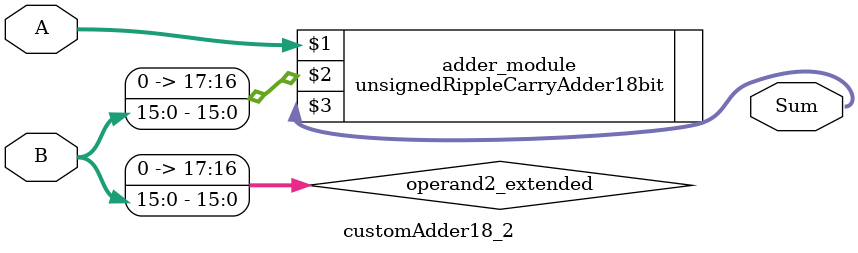
<source format=v>

module customAdder18_2(
                    input [17 : 0] A,
                    input [15 : 0] B,
                    
                    output [18 : 0] Sum
            );

    wire [17 : 0] operand2_extended;
    
    assign operand2_extended =  {2'b0, B};
    
    unsignedRippleCarryAdder18bit adder_module(
        A,
        operand2_extended,
        Sum
    );
    
endmodule
        
</source>
